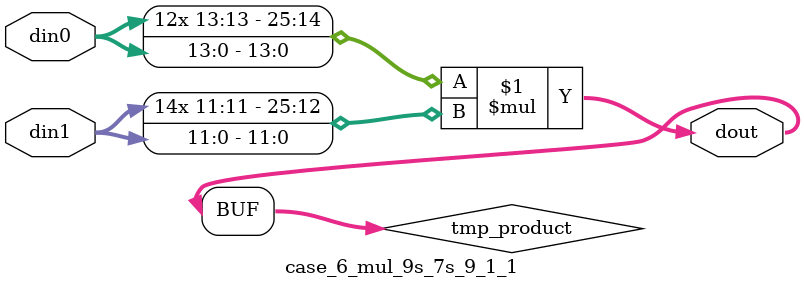
<source format=v>

`timescale 1 ns / 1 ps

 module case_6_mul_9s_7s_9_1_1(din0, din1, dout);
parameter ID = 1;
parameter NUM_STAGE = 0;
parameter din0_WIDTH = 14;
parameter din1_WIDTH = 12;
parameter dout_WIDTH = 26;

input [din0_WIDTH - 1 : 0] din0; 
input [din1_WIDTH - 1 : 0] din1; 
output [dout_WIDTH - 1 : 0] dout;

wire signed [dout_WIDTH - 1 : 0] tmp_product;



























assign tmp_product = $signed(din0) * $signed(din1);








assign dout = tmp_product;





















endmodule

</source>
